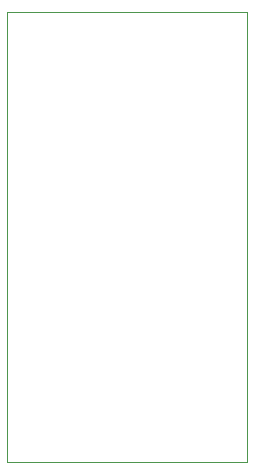
<source format=gbr>
%TF.GenerationSoftware,KiCad,Pcbnew,6.0.11-2627ca5db0~126~ubuntu22.04.1*%
%TF.CreationDate,2024-02-09T08:46:32-05:00*%
%TF.ProjectId,HP8656B_fractional-n_microprocessor,48503836-3536-4425-9f66-72616374696f,rev?*%
%TF.SameCoordinates,Original*%
%TF.FileFunction,Profile,NP*%
%FSLAX46Y46*%
G04 Gerber Fmt 4.6, Leading zero omitted, Abs format (unit mm)*
G04 Created by KiCad (PCBNEW 6.0.11-2627ca5db0~126~ubuntu22.04.1) date 2024-02-09 08:46:32*
%MOMM*%
%LPD*%
G01*
G04 APERTURE LIST*
%TA.AperFunction,Profile*%
%ADD10C,0.100000*%
%TD*%
G04 APERTURE END LIST*
D10*
X127000000Y-30480000D02*
X147320000Y-30480000D01*
X147320000Y-30480000D02*
X147320000Y-68580000D01*
X147320000Y-68580000D02*
X127000000Y-68580000D01*
X127000000Y-68580000D02*
X127000000Y-30480000D01*
M02*

</source>
